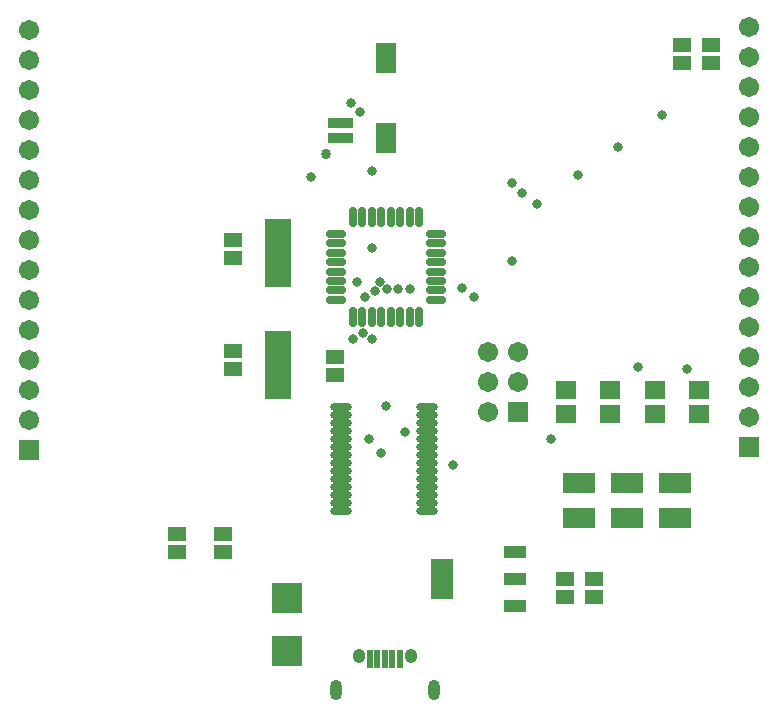
<source format=gts>
G04 Layer_Color=8388736*
%FSLAX25Y25*%
%MOIN*%
G70*
G01*
G75*
%ADD35R,0.06312X0.05131*%
%ADD36R,0.02572X0.03753*%
%ADD37O,0.07296X0.02769*%
%ADD38O,0.06706X0.02965*%
%ADD39O,0.02965X0.06706*%
%ADD40R,0.09855X0.09855*%
%ADD41R,0.09068X0.22847*%
%ADD42R,0.06706X0.06312*%
%ADD43R,0.11036X0.06706*%
%ADD44R,0.02375X0.06115*%
%ADD45R,0.07690X0.04343*%
%ADD46R,0.07690X0.13398*%
%ADD47R,0.06706X0.09855*%
%ADD48R,0.06706X0.06706*%
%ADD49C,0.06706*%
%ADD50O,0.04147X0.04934*%
%ADD51O,0.03950X0.06706*%
%ADD52C,0.03241*%
%ADD53C,0.03367*%
D35*
X519000Y362500D02*
D03*
Y368406D02*
D03*
X509167Y362500D02*
D03*
Y368406D02*
D03*
X470167Y190500D02*
D03*
Y184595D02*
D03*
X341000Y199547D02*
D03*
Y205453D02*
D03*
X393500Y264500D02*
D03*
Y258594D02*
D03*
X359500Y297547D02*
D03*
Y303453D02*
D03*
X480000Y190500D02*
D03*
Y184595D02*
D03*
X359500Y260595D02*
D03*
Y266500D02*
D03*
X356250Y199547D02*
D03*
Y205453D02*
D03*
D36*
X392563Y337382D02*
D03*
X394531D02*
D03*
X396500D02*
D03*
X398468D02*
D03*
X392563Y342500D02*
D03*
X394531D02*
D03*
X396500D02*
D03*
X398468D02*
D03*
D37*
X395728Y247799D02*
D03*
Y245138D02*
D03*
Y242476D02*
D03*
Y239815D02*
D03*
Y237154D02*
D03*
Y234492D02*
D03*
Y231831D02*
D03*
Y229169D02*
D03*
Y226508D02*
D03*
Y223847D02*
D03*
Y221185D02*
D03*
Y218524D02*
D03*
Y215862D02*
D03*
Y213201D02*
D03*
X424272Y247799D02*
D03*
Y245138D02*
D03*
Y242476D02*
D03*
Y239815D02*
D03*
Y237154D02*
D03*
Y234492D02*
D03*
Y231831D02*
D03*
Y229169D02*
D03*
Y226508D02*
D03*
Y223847D02*
D03*
Y221185D02*
D03*
Y218524D02*
D03*
Y215862D02*
D03*
Y213201D02*
D03*
D38*
X393909Y305524D02*
D03*
Y302374D02*
D03*
Y299224D02*
D03*
Y296075D02*
D03*
Y292925D02*
D03*
Y289776D02*
D03*
Y286626D02*
D03*
Y283476D02*
D03*
X427374D02*
D03*
Y286626D02*
D03*
Y289776D02*
D03*
Y292925D02*
D03*
Y296075D02*
D03*
Y299224D02*
D03*
Y302374D02*
D03*
Y305524D02*
D03*
D39*
X399618Y277768D02*
D03*
X402768D02*
D03*
X405917D02*
D03*
X409067D02*
D03*
X412217D02*
D03*
X415366D02*
D03*
X418516D02*
D03*
X421665D02*
D03*
Y311232D02*
D03*
X418516D02*
D03*
X415366D02*
D03*
X412217D02*
D03*
X409067D02*
D03*
X405917D02*
D03*
X402768D02*
D03*
X399618D02*
D03*
D40*
X377500Y184216D02*
D03*
Y166500D02*
D03*
D41*
X374500Y261784D02*
D03*
Y299185D02*
D03*
D42*
X515000Y245563D02*
D03*
Y253437D02*
D03*
X470500Y245563D02*
D03*
Y253437D02*
D03*
X485333Y245563D02*
D03*
Y253437D02*
D03*
X500167Y245563D02*
D03*
Y253437D02*
D03*
D43*
X475000Y210689D02*
D03*
Y222500D02*
D03*
X491000Y210689D02*
D03*
Y222500D02*
D03*
X507000Y210689D02*
D03*
Y222500D02*
D03*
D44*
X405335Y163933D02*
D03*
X407795Y163933D02*
D03*
X410256D02*
D03*
X412717Y163933D02*
D03*
X415177D02*
D03*
D45*
X453803Y181445D02*
D03*
Y190500D02*
D03*
Y199555D02*
D03*
D46*
X429197Y190500D02*
D03*
D47*
X410500Y363992D02*
D03*
Y337500D02*
D03*
D48*
X454500Y246000D02*
D03*
X531500Y234500D02*
D03*
X291500Y233500D02*
D03*
D49*
X444500Y246000D02*
D03*
X454500Y256000D02*
D03*
X444500D02*
D03*
X454500Y266000D02*
D03*
X444500D02*
D03*
X531500Y374500D02*
D03*
Y364500D02*
D03*
Y354500D02*
D03*
Y344500D02*
D03*
Y334500D02*
D03*
Y324500D02*
D03*
Y314500D02*
D03*
Y304500D02*
D03*
Y294500D02*
D03*
Y284500D02*
D03*
Y274500D02*
D03*
Y264500D02*
D03*
Y254500D02*
D03*
Y244500D02*
D03*
X291500Y373500D02*
D03*
Y363500D02*
D03*
Y353500D02*
D03*
Y343500D02*
D03*
Y333500D02*
D03*
Y323500D02*
D03*
Y313500D02*
D03*
Y303500D02*
D03*
Y293500D02*
D03*
Y283500D02*
D03*
Y273500D02*
D03*
Y263500D02*
D03*
Y253500D02*
D03*
Y243500D02*
D03*
D50*
X401496Y164819D02*
D03*
X419016Y164720D02*
D03*
D51*
X393818Y153500D02*
D03*
X426694D02*
D03*
D52*
X417000Y239500D02*
D03*
X409000Y232500D02*
D03*
X405000Y237000D02*
D03*
X494500Y261000D02*
D03*
X440000Y284500D02*
D03*
X436000Y287500D02*
D03*
X511000Y260500D02*
D03*
X465500Y237000D02*
D03*
X433000Y228500D02*
D03*
X385500Y324500D02*
D03*
X405917Y326417D02*
D03*
X405942Y300942D02*
D03*
X401000Y289500D02*
D03*
X407000Y286500D02*
D03*
X403500Y284500D02*
D03*
X410500Y248000D02*
D03*
X402000Y346000D02*
D03*
X399000Y349000D02*
D03*
X399500Y270500D02*
D03*
X403000Y272500D02*
D03*
X406000Y270500D02*
D03*
X411000Y287000D02*
D03*
X414500D02*
D03*
X418500D02*
D03*
X408500Y289500D02*
D03*
X452500Y322500D02*
D03*
X456000Y319000D02*
D03*
X461000Y315500D02*
D03*
X474500Y325000D02*
D03*
X488000Y334500D02*
D03*
X502500Y345000D02*
D03*
X452500Y296500D02*
D03*
D53*
X390500Y332000D02*
D03*
M02*

</source>
